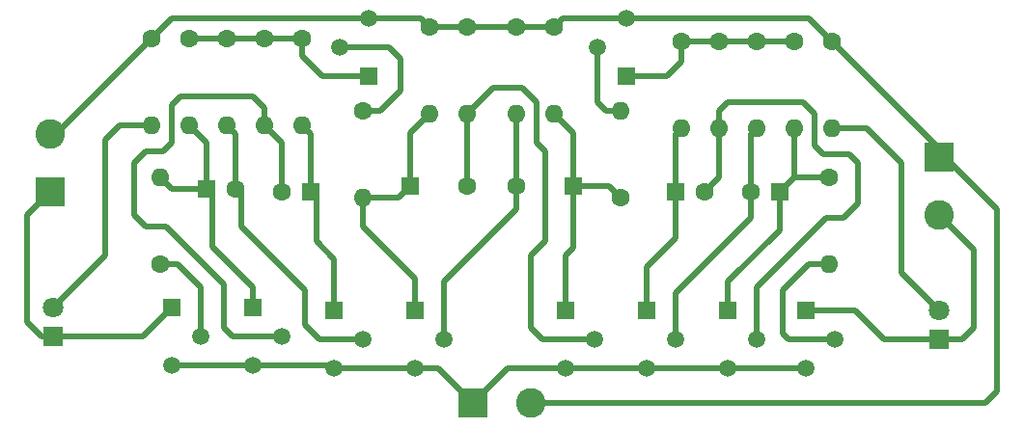
<source format=gbl>
%TF.GenerationSoftware,KiCad,Pcbnew,7.0.2-6a45011f42~172~ubuntu22.04.1*%
%TF.CreationDate,2023-05-29T20:36:27+02:00*%
%TF.ProjectId,politieflitser,706f6c69-7469-4656-966c-69747365722e,rev?*%
%TF.SameCoordinates,Original*%
%TF.FileFunction,Copper,L2,Bot*%
%TF.FilePolarity,Positive*%
%FSLAX46Y46*%
G04 Gerber Fmt 4.6, Leading zero omitted, Abs format (unit mm)*
G04 Created by KiCad (PCBNEW 7.0.2-6a45011f42~172~ubuntu22.04.1) date 2023-05-29 20:36:27*
%MOMM*%
%LPD*%
G01*
G04 APERTURE LIST*
%TA.AperFunction,ComponentPad*%
%ADD10R,2.600000X2.600000*%
%TD*%
%TA.AperFunction,ComponentPad*%
%ADD11C,2.600000*%
%TD*%
%TA.AperFunction,ComponentPad*%
%ADD12C,1.600000*%
%TD*%
%TA.AperFunction,ComponentPad*%
%ADD13O,1.600000X1.600000*%
%TD*%
%TA.AperFunction,ComponentPad*%
%ADD14R,1.600000X1.600000*%
%TD*%
%TA.AperFunction,ComponentPad*%
%ADD15R,1.500000X1.500000*%
%TD*%
%TA.AperFunction,ComponentPad*%
%ADD16C,1.500000*%
%TD*%
%TA.AperFunction,ComponentPad*%
%ADD17R,1.800000X1.800000*%
%TD*%
%TA.AperFunction,ComponentPad*%
%ADD18C,1.800000*%
%TD*%
%TA.AperFunction,Conductor*%
%ADD19C,0.500000*%
%TD*%
G04 APERTURE END LIST*
D10*
%TO.P,OUT2,1,Pin_1*%
%TO.N,+12V*%
X108966000Y-39365000D03*
D11*
%TO.P,OUT2,2,Pin_2*%
%TO.N,Net-(D1-K)*%
X108966000Y-44445000D03*
%TD*%
D12*
%TO.P,R16,1*%
%TO.N,Net-(Q10-C)*%
X99314000Y-41148000D03*
D13*
%TO.P,R16,2*%
%TO.N,Net-(Q2-B)*%
X99314000Y-48768000D03*
%TD*%
D14*
%TO.P,C3,1*%
%TO.N,Net-(Q7-C)*%
X62564000Y-41910000D03*
D12*
%TO.P,C3,2*%
%TO.N,Net-(Q8-B)*%
X67564000Y-41910000D03*
%TD*%
D14*
%TO.P,C6,1*%
%TO.N,Net-(Q10-C)*%
X94956000Y-42418000D03*
D12*
%TO.P,C6,2*%
%TO.N,Net-(Q9-B)*%
X92456000Y-42418000D03*
%TD*%
%TO.P,R10,1*%
%TO.N,+12V*%
X75184000Y-27940000D03*
D13*
%TO.P,R10,2*%
%TO.N,Net-(Q8-C)*%
X75184000Y-35560000D03*
%TD*%
D15*
%TO.P,Q10,1,C*%
%TO.N,Net-(Q10-C)*%
X90416000Y-52832000D03*
D16*
%TO.P,Q10,2,B*%
%TO.N,Net-(Q10-B)*%
X92956000Y-55372000D03*
%TO.P,Q10,3,E*%
%TO.N,GND*%
X90416000Y-57912000D03*
%TD*%
D12*
%TO.P,R13,1*%
%TO.N,Net-(Q4-C)*%
X89662000Y-29210000D03*
D13*
%TO.P,R13,2*%
%TO.N,Net-(Q10-B)*%
X89662000Y-36830000D03*
%TD*%
D12*
%TO.P,R17,1*%
%TO.N,+12V*%
X39878000Y-28956000D03*
D13*
%TO.P,R17,2*%
%TO.N,Net-(D2-A)*%
X39878000Y-36576000D03*
%TD*%
D12*
%TO.P,R14,1*%
%TO.N,Net-(Q4-C)*%
X92964000Y-29210000D03*
D13*
%TO.P,R14,2*%
%TO.N,Net-(Q9-B)*%
X92964000Y-36830000D03*
%TD*%
D12*
%TO.P,R18,1*%
%TO.N,+12V*%
X99568000Y-29210000D03*
D13*
%TO.P,R18,2*%
%TO.N,Net-(D1-A)*%
X99568000Y-36830000D03*
%TD*%
D15*
%TO.P,Q3,1,C*%
%TO.N,Net-(Q3-C)*%
X58936000Y-32258000D03*
D16*
%TO.P,Q3,2,B*%
%TO.N,Net-(Q3-B)*%
X56396000Y-29718000D03*
%TO.P,Q3,3,E*%
%TO.N,+12V*%
X58936000Y-27178000D03*
%TD*%
D14*
%TO.P,C1,1*%
%TO.N,Net-(Q5-C)*%
X44704000Y-42164000D03*
D12*
%TO.P,C1,2*%
%TO.N,Net-(Q6-B)*%
X47204000Y-42164000D03*
%TD*%
D15*
%TO.P,Q4,1,C*%
%TO.N,Net-(Q4-C)*%
X81542000Y-32258000D03*
D16*
%TO.P,Q4,2,B*%
%TO.N,Net-(Q4-B)*%
X79002000Y-29718000D03*
%TO.P,Q4,3,E*%
%TO.N,+12V*%
X81542000Y-27178000D03*
%TD*%
D14*
%TO.P,C2,1*%
%TO.N,Net-(Q6-C)*%
X53808000Y-42418000D03*
D12*
%TO.P,C2,2*%
%TO.N,Net-(Q5-B)*%
X51308000Y-42418000D03*
%TD*%
%TO.P,R7,1*%
%TO.N,+12V*%
X64262000Y-27940000D03*
D13*
%TO.P,R7,2*%
%TO.N,Net-(Q7-C)*%
X64262000Y-35560000D03*
%TD*%
D15*
%TO.P,Q5,1,C*%
%TO.N,Net-(Q5-C)*%
X48760000Y-52578000D03*
D16*
%TO.P,Q5,2,B*%
%TO.N,Net-(Q5-B)*%
X51300000Y-55118000D03*
%TO.P,Q5,3,E*%
%TO.N,GND*%
X48760000Y-57658000D03*
%TD*%
D17*
%TO.P,LED1,1,K*%
%TO.N,Net-(D2-K)*%
X31242000Y-55118000D03*
D18*
%TO.P,LED1,2,A*%
%TO.N,Net-(D2-A)*%
X31242000Y-52578000D03*
%TD*%
D15*
%TO.P,Q6,1,C*%
%TO.N,Net-(Q6-C)*%
X55880000Y-52832000D03*
D16*
%TO.P,Q6,2,B*%
%TO.N,Net-(Q6-B)*%
X58420000Y-55372000D03*
%TO.P,Q6,3,E*%
%TO.N,GND*%
X55880000Y-57912000D03*
%TD*%
D14*
%TO.P,C5,1*%
%TO.N,Net-(Q9-C)*%
X85852000Y-42418000D03*
D12*
%TO.P,C5,2*%
%TO.N,Net-(Q10-B)*%
X88352000Y-42418000D03*
%TD*%
D15*
%TO.P,Q8,1,C*%
%TO.N,Net-(Q8-C)*%
X76192000Y-52832000D03*
D16*
%TO.P,Q8,2,B*%
%TO.N,Net-(Q8-B)*%
X78732000Y-55372000D03*
%TO.P,Q8,3,E*%
%TO.N,GND*%
X76192000Y-57912000D03*
%TD*%
D15*
%TO.P,Q1,1,C*%
%TO.N,Net-(D2-K)*%
X41648000Y-52578000D03*
D16*
%TO.P,Q1,2,B*%
%TO.N,Net-(Q1-B)*%
X44188000Y-55118000D03*
%TO.P,Q1,3,E*%
%TO.N,GND*%
X41648000Y-57658000D03*
%TD*%
D15*
%TO.P,Q9,1,C*%
%TO.N,Net-(Q9-C)*%
X83304000Y-52832000D03*
D16*
%TO.P,Q9,2,B*%
%TO.N,Net-(Q9-B)*%
X85844000Y-55372000D03*
%TO.P,Q9,3,E*%
%TO.N,GND*%
X83304000Y-57912000D03*
%TD*%
D14*
%TO.P,C4,1*%
%TO.N,Net-(Q8-C)*%
X76882000Y-41910000D03*
D12*
%TO.P,C4,2*%
%TO.N,Net-(Q7-B)*%
X71882000Y-41910000D03*
%TD*%
%TO.P,R6,1*%
%TO.N,Net-(Q3-B)*%
X58420000Y-35306000D03*
D13*
%TO.P,R6,2*%
%TO.N,Net-(Q7-C)*%
X58420000Y-42926000D03*
%TD*%
D12*
%TO.P,R15,1*%
%TO.N,Net-(Q4-C)*%
X96266000Y-29210000D03*
D13*
%TO.P,R15,2*%
%TO.N,Net-(Q10-C)*%
X96266000Y-36830000D03*
%TD*%
D17*
%TO.P,LED2,1,K*%
%TO.N,Net-(D1-K)*%
X108966000Y-55372000D03*
D18*
%TO.P,LED2,2,A*%
%TO.N,Net-(D1-A)*%
X108966000Y-52832000D03*
%TD*%
D12*
%TO.P,R9,1*%
%TO.N,+12V*%
X71882000Y-27940000D03*
D13*
%TO.P,R9,2*%
%TO.N,Net-(Q7-B)*%
X71882000Y-35560000D03*
%TD*%
D12*
%TO.P,R2,1*%
%TO.N,Net-(Q3-C)*%
X43180000Y-28956000D03*
D13*
%TO.P,R2,2*%
%TO.N,Net-(Q5-C)*%
X43180000Y-36576000D03*
%TD*%
D12*
%TO.P,R4,1*%
%TO.N,Net-(Q3-C)*%
X49784000Y-28956000D03*
D13*
%TO.P,R4,2*%
%TO.N,Net-(Q5-B)*%
X49784000Y-36576000D03*
%TD*%
D12*
%TO.P,R11,1*%
%TO.N,Net-(Q8-C)*%
X81026000Y-42926000D03*
D13*
%TO.P,R11,2*%
%TO.N,Net-(Q4-B)*%
X81026000Y-35306000D03*
%TD*%
D12*
%TO.P,R3,1*%
%TO.N,Net-(Q3-C)*%
X46482000Y-28956000D03*
D13*
%TO.P,R3,2*%
%TO.N,Net-(Q6-B)*%
X46482000Y-36576000D03*
%TD*%
D12*
%TO.P,R8,1*%
%TO.N,+12V*%
X67564000Y-27940000D03*
D13*
%TO.P,R8,2*%
%TO.N,Net-(Q8-B)*%
X67564000Y-35560000D03*
%TD*%
D15*
%TO.P,Q2,1,C*%
%TO.N,Net-(D1-K)*%
X97274000Y-52832000D03*
D16*
%TO.P,Q2,2,B*%
%TO.N,Net-(Q2-B)*%
X99814000Y-55372000D03*
%TO.P,Q2,3,E*%
%TO.N,GND*%
X97274000Y-57912000D03*
%TD*%
D15*
%TO.P,Q7,1,C*%
%TO.N,Net-(Q7-C)*%
X62992000Y-52832000D03*
D16*
%TO.P,Q7,2,B*%
%TO.N,Net-(Q7-B)*%
X65532000Y-55372000D03*
%TO.P,Q7,3,E*%
%TO.N,GND*%
X62992000Y-57912000D03*
%TD*%
D10*
%TO.P,9...12V,1,Pin_1*%
%TO.N,GND*%
X68072000Y-60960000D03*
D11*
%TO.P,9...12V,2,Pin_2*%
%TO.N,+12V*%
X73152000Y-60960000D03*
%TD*%
D12*
%TO.P,R5,1*%
%TO.N,Net-(Q3-C)*%
X53086000Y-28956000D03*
D13*
%TO.P,R5,2*%
%TO.N,Net-(Q6-C)*%
X53086000Y-36576000D03*
%TD*%
D12*
%TO.P,R1,1*%
%TO.N,Net-(Q1-B)*%
X40640000Y-48768000D03*
D13*
%TO.P,R1,2*%
%TO.N,Net-(Q5-C)*%
X40640000Y-41148000D03*
%TD*%
D12*
%TO.P,R12,1*%
%TO.N,Net-(Q4-C)*%
X86360000Y-29210000D03*
D13*
%TO.P,R12,2*%
%TO.N,Net-(Q9-C)*%
X86360000Y-36830000D03*
%TD*%
D10*
%TO.P,OUT1,1,Pin_1*%
%TO.N,Net-(D2-K)*%
X30988000Y-42418000D03*
D11*
%TO.P,OUT1,2,Pin_2*%
%TO.N,+12V*%
X30988000Y-37338000D03*
%TD*%
D19*
%TO.N,Net-(Q5-C)*%
X48760000Y-50792000D02*
X48760000Y-52578000D01*
X44704000Y-38100000D02*
X43180000Y-36576000D01*
X41656000Y-42164000D02*
X44704000Y-42164000D01*
X45212000Y-42164000D02*
X45212000Y-47244000D01*
X45212000Y-47244000D02*
X48760000Y-50792000D01*
X44704000Y-42164000D02*
X44704000Y-38100000D01*
X44918000Y-42164000D02*
X45212000Y-42164000D01*
X40640000Y-41148000D02*
X41656000Y-42164000D01*
%TO.N,Net-(Q6-B)*%
X53340000Y-54102000D02*
X54610000Y-55372000D01*
X47204000Y-42164000D02*
X47204000Y-37298000D01*
X54610000Y-55372000D02*
X58666000Y-55372000D01*
X53340000Y-51054000D02*
X53340000Y-54102000D01*
X47712000Y-42164000D02*
X47712000Y-45426000D01*
X47204000Y-37298000D02*
X46482000Y-36576000D01*
X47712000Y-45426000D02*
X53340000Y-51054000D01*
%TO.N,Net-(Q6-C)*%
X55880000Y-48300000D02*
X55880000Y-52832000D01*
X53808000Y-37298000D02*
X53086000Y-36576000D01*
X53808000Y-42418000D02*
X53808000Y-37298000D01*
X54316000Y-42418000D02*
X54316000Y-46736000D01*
X54316000Y-46736000D02*
X55880000Y-48300000D01*
%TO.N,Net-(Q5-B)*%
X39370000Y-38862000D02*
X40894000Y-38862000D01*
X50792000Y-55118000D02*
X46990000Y-55118000D01*
X51308000Y-42418000D02*
X51308000Y-38100000D01*
X41148000Y-45466000D02*
X39370000Y-45466000D01*
X41656000Y-38100000D02*
X41656000Y-34798000D01*
X46228000Y-54356000D02*
X46228000Y-50546000D01*
X38354000Y-44450000D02*
X38354000Y-39878000D01*
X46228000Y-50546000D02*
X41148000Y-45466000D01*
X42418000Y-34036000D02*
X48768000Y-34036000D01*
X39370000Y-45466000D02*
X38354000Y-44450000D01*
X40894000Y-38862000D02*
X41656000Y-38100000D01*
X48768000Y-34036000D02*
X49784000Y-35052000D01*
X49784000Y-35052000D02*
X49784000Y-36576000D01*
X46990000Y-55118000D02*
X46228000Y-54356000D01*
X51308000Y-38100000D02*
X49784000Y-36576000D01*
X41656000Y-34798000D02*
X42418000Y-34036000D01*
X38354000Y-39878000D02*
X39370000Y-38862000D01*
%TO.N,Net-(Q7-C)*%
X58420000Y-42926000D02*
X58420000Y-45466000D01*
X62564000Y-37258000D02*
X64262000Y-35560000D01*
X62992000Y-50038000D02*
X62992000Y-52832000D01*
X58420000Y-42926000D02*
X61548000Y-42926000D01*
X61548000Y-42926000D02*
X62564000Y-41910000D01*
X62564000Y-41910000D02*
X62564000Y-37258000D01*
X58420000Y-45466000D02*
X62992000Y-50038000D01*
%TO.N,Net-(Q8-B)*%
X73660000Y-34544000D02*
X73660000Y-38100000D01*
X74422000Y-38862000D02*
X74422000Y-46736000D01*
X78732000Y-55372000D02*
X74168000Y-55372000D01*
X73152000Y-48006000D02*
X73152000Y-54356000D01*
X69850000Y-33274000D02*
X72390000Y-33274000D01*
X74422000Y-46736000D02*
X73152000Y-48006000D01*
X72390000Y-33274000D02*
X73660000Y-34544000D01*
X67564000Y-41910000D02*
X67564000Y-35560000D01*
X67564000Y-35560000D02*
X69850000Y-33274000D01*
X73660000Y-38100000D02*
X74422000Y-38862000D01*
X73152000Y-54356000D02*
X74168000Y-55372000D01*
%TO.N,Net-(Q8-C)*%
X76192000Y-48014000D02*
X76192000Y-52832000D01*
X76882000Y-41910000D02*
X80010000Y-41910000D01*
X76882000Y-41910000D02*
X76882000Y-47324000D01*
X76882000Y-41910000D02*
X76882000Y-37258000D01*
X80010000Y-41910000D02*
X81026000Y-42926000D01*
X76882000Y-37258000D02*
X75184000Y-35560000D01*
X76882000Y-47324000D02*
X76192000Y-48014000D01*
%TO.N,Net-(Q7-B)*%
X71882000Y-41910000D02*
X71882000Y-35560000D01*
X65532000Y-50292000D02*
X71882000Y-43942000D01*
X65532000Y-55372000D02*
X65532000Y-50292000D01*
X71882000Y-43942000D02*
X71882000Y-41910000D01*
%TO.N,Net-(Q9-C)*%
X83304000Y-52832000D02*
X83304000Y-49030000D01*
X86360000Y-36830000D02*
X85852000Y-37338000D01*
X85852000Y-46482000D02*
X85852000Y-42418000D01*
X85852000Y-37338000D02*
X85852000Y-42418000D01*
X85852000Y-46482000D02*
X83304000Y-49030000D01*
%TO.N,Net-(Q10-B)*%
X92956000Y-55372000D02*
X92956000Y-50808000D01*
X99060000Y-44704000D02*
X100584000Y-44704000D01*
X101854000Y-43434000D02*
X101854000Y-39878000D01*
X100584000Y-44704000D02*
X101854000Y-43434000D01*
X98044000Y-35560000D02*
X97028000Y-34544000D01*
X101092000Y-39116000D02*
X98806000Y-39116000D01*
X89662000Y-41108000D02*
X88860000Y-41910000D01*
X98044000Y-38354000D02*
X98044000Y-35560000D01*
X97028000Y-34544000D02*
X90424000Y-34544000D01*
X90424000Y-34544000D02*
X89662000Y-35306000D01*
X89662000Y-36830000D02*
X89662000Y-41108000D01*
X89662000Y-35306000D02*
X89662000Y-36830000D01*
X98806000Y-39116000D02*
X98044000Y-38354000D01*
X92956000Y-50808000D02*
X99060000Y-44704000D01*
X101854000Y-39878000D02*
X101092000Y-39116000D01*
%TO.N,Net-(Q10-C)*%
X94956000Y-42418000D02*
X96226000Y-41148000D01*
X90416000Y-50300000D02*
X94956000Y-45760000D01*
X96226000Y-41148000D02*
X96306000Y-41148000D01*
X90416000Y-50300000D02*
X90416000Y-52832000D01*
X96306000Y-41148000D02*
X99314000Y-41148000D01*
X94956000Y-45760000D02*
X94956000Y-42418000D01*
X96266000Y-41108000D02*
X96306000Y-41148000D01*
X96266000Y-36830000D02*
X96266000Y-41108000D01*
%TO.N,Net-(Q9-B)*%
X92456000Y-42418000D02*
X92456000Y-37338000D01*
X92456000Y-44704000D02*
X92456000Y-42418000D01*
X85844000Y-51316000D02*
X92456000Y-44704000D01*
X92456000Y-37338000D02*
X92964000Y-36830000D01*
X85844000Y-51316000D02*
X85844000Y-55372000D01*
%TO.N,GND*%
X83304000Y-57912000D02*
X90416000Y-57912000D01*
X71120000Y-57912000D02*
X68072000Y-60960000D01*
X48252000Y-57658000D02*
X55872000Y-57658000D01*
X65024000Y-57912000D02*
X68072000Y-60960000D01*
X56126000Y-57912000D02*
X62992000Y-57912000D01*
X62992000Y-57912000D02*
X65024000Y-57912000D01*
X90416000Y-57912000D02*
X97274000Y-57912000D01*
X55872000Y-57658000D02*
X56126000Y-57912000D01*
X76192000Y-57912000D02*
X71120000Y-57912000D01*
X41140000Y-57658000D02*
X48252000Y-57658000D01*
X76192000Y-57912000D02*
X83304000Y-57912000D01*
%TO.N,+12V*%
X39878000Y-28956000D02*
X31496000Y-37338000D01*
X67564000Y-27940000D02*
X64262000Y-27940000D01*
X109469000Y-39365000D02*
X114046000Y-43942000D01*
X31496000Y-37338000D02*
X30988000Y-37338000D01*
X113030000Y-60960000D02*
X114046000Y-59944000D01*
X73152000Y-60960000D02*
X113030000Y-60960000D01*
X75184000Y-27940000D02*
X75946000Y-27178000D01*
X108966000Y-38608000D02*
X99568000Y-29210000D01*
X63500000Y-27178000D02*
X64262000Y-27940000D01*
X59190000Y-27178000D02*
X63500000Y-27178000D01*
X97536000Y-27178000D02*
X81542000Y-27178000D01*
X97536000Y-27178000D02*
X99568000Y-29210000D01*
X71882000Y-27940000D02*
X67564000Y-27940000D01*
X108966000Y-39365000D02*
X108966000Y-38608000D01*
X75946000Y-27178000D02*
X81542000Y-27178000D01*
X108966000Y-39365000D02*
X109469000Y-39365000D01*
X75184000Y-27940000D02*
X71882000Y-27940000D01*
X41656000Y-27178000D02*
X39878000Y-28956000D01*
X58936000Y-27178000D02*
X41656000Y-27178000D01*
X114046000Y-43942000D02*
X114046000Y-59944000D01*
%TO.N,Net-(D1-K)*%
X104140000Y-55372000D02*
X101600000Y-52832000D01*
X108966000Y-44445000D02*
X112014000Y-47493000D01*
X97274000Y-52832000D02*
X101600000Y-52832000D01*
X112014000Y-54356000D02*
X110998000Y-55372000D01*
X110998000Y-55372000D02*
X108966000Y-55372000D01*
X108966000Y-55372000D02*
X104140000Y-55372000D01*
X112014000Y-47493000D02*
X112014000Y-54356000D01*
%TO.N,Net-(D1-A)*%
X105664000Y-39878000D02*
X105664000Y-49530000D01*
X102616000Y-36830000D02*
X105664000Y-39878000D01*
X99568000Y-36830000D02*
X102616000Y-36830000D01*
X105664000Y-49530000D02*
X108966000Y-52832000D01*
%TO.N,Net-(Q1-B)*%
X40640000Y-48768000D02*
X42164000Y-48768000D01*
X44188000Y-50792000D02*
X44188000Y-55118000D01*
X42164000Y-48768000D02*
X44188000Y-50792000D01*
%TO.N,Net-(Q2-B)*%
X95758000Y-55372000D02*
X99814000Y-55372000D01*
X95250000Y-51054000D02*
X95250000Y-54864000D01*
X98806000Y-48768000D02*
X97536000Y-48768000D01*
X97536000Y-48768000D02*
X95250000Y-51054000D01*
X95250000Y-54864000D02*
X95758000Y-55372000D01*
%TO.N,Net-(Q3-C)*%
X54864000Y-32258000D02*
X58936000Y-32258000D01*
X49784000Y-28956000D02*
X46482000Y-28956000D01*
X53086000Y-30480000D02*
X54864000Y-32258000D01*
X53086000Y-28956000D02*
X53086000Y-30480000D01*
X53086000Y-28956000D02*
X49784000Y-28956000D01*
X43180000Y-28956000D02*
X46482000Y-28956000D01*
%TO.N,Net-(Q3-B)*%
X60706000Y-29718000D02*
X56650000Y-29718000D01*
X61722000Y-33528000D02*
X61722000Y-30734000D01*
X61722000Y-30734000D02*
X60706000Y-29718000D01*
X59944000Y-35306000D02*
X61722000Y-33528000D01*
X58420000Y-35306000D02*
X59944000Y-35306000D01*
%TO.N,Net-(Q4-C)*%
X86360000Y-29210000D02*
X86360000Y-30988000D01*
X81542000Y-32258000D02*
X85090000Y-32258000D01*
X86360000Y-30988000D02*
X85090000Y-32258000D01*
X86360000Y-29210000D02*
X89662000Y-29210000D01*
X96266000Y-29210000D02*
X92964000Y-29210000D01*
X92964000Y-29210000D02*
X89662000Y-29210000D01*
%TO.N,Net-(Q4-B)*%
X79002000Y-29718000D02*
X79002000Y-34552000D01*
X79756000Y-35306000D02*
X81026000Y-35306000D01*
X79002000Y-34552000D02*
X79756000Y-35306000D01*
%TO.N,Net-(D2-K)*%
X31242000Y-55118000D02*
X39108000Y-55118000D01*
X28956000Y-53848000D02*
X28956000Y-44450000D01*
X30226000Y-55118000D02*
X28956000Y-53848000D01*
X31242000Y-55118000D02*
X30226000Y-55118000D01*
X28956000Y-44450000D02*
X30988000Y-42418000D01*
X39108000Y-55118000D02*
X41648000Y-52578000D01*
%TO.N,Net-(D2-A)*%
X37084000Y-36576000D02*
X39878000Y-36576000D01*
X35814000Y-37846000D02*
X37084000Y-36576000D01*
X31242000Y-52578000D02*
X35814000Y-48006000D01*
X35814000Y-48006000D02*
X35814000Y-37846000D01*
%TD*%
M02*

</source>
